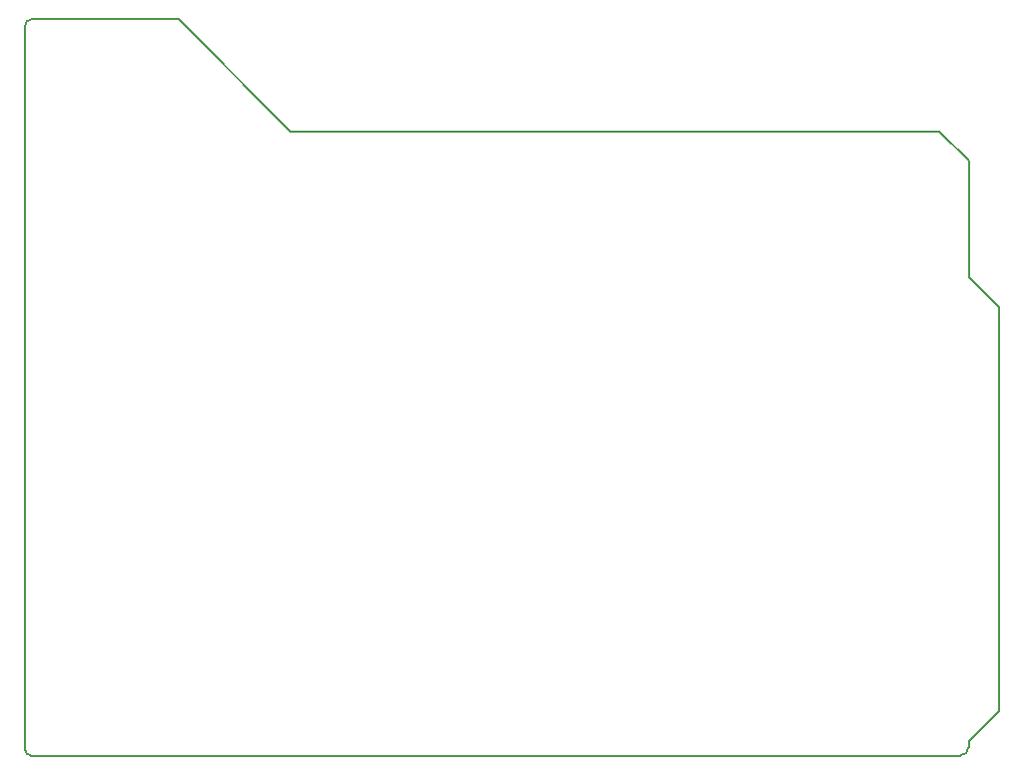
<source format=gbr>
%TF.GenerationSoftware,KiCad,Pcbnew,7.0.2*%
%TF.CreationDate,2023-10-12T23:28:15+02:00*%
%TF.ProjectId,pulse_generator_v2,70756c73-655f-4676-956e-657261746f72,rev?*%
%TF.SameCoordinates,Original*%
%TF.FileFunction,Profile,NP*%
%FSLAX46Y46*%
G04 Gerber Fmt 4.6, Leading zero omitted, Abs format (unit mm)*
G04 Created by KiCad (PCBNEW 7.0.2) date 2023-10-12 23:28:15*
%MOMM*%
%LPD*%
G01*
G04 APERTURE LIST*
%TA.AperFunction,Profile*%
%ADD10C,0.150000*%
%TD*%
G04 APERTURE END LIST*
D10*
X86500000Y-37500000D02*
X99000000Y-37500000D01*
X86000000Y-38000000D02*
X86000000Y-99500000D01*
X163500000Y-47000000D02*
X108500000Y-47000000D01*
X166040000Y-59360000D02*
X168580000Y-61900000D01*
X86500000Y-37500000D02*
G75*
G03*
X86000000Y-38000000I0J-500000D01*
G01*
X168580000Y-61900000D02*
X168580000Y-96190000D01*
X165278000Y-100000000D02*
X86500000Y-100000000D01*
X86000000Y-99500000D02*
G75*
G03*
X86500000Y-100000000I500000J0D01*
G01*
X168580000Y-96190000D02*
X166040000Y-98730000D01*
X163500000Y-47000000D02*
X166040000Y-49500000D01*
X165278000Y-100000000D02*
G75*
G03*
X166040000Y-99238000I0J762000D01*
G01*
X166040000Y-49500000D02*
X166040000Y-59360000D01*
X166040000Y-98730000D02*
X166040000Y-99238000D01*
X108500000Y-47000000D02*
X99000000Y-37500000D01*
M02*

</source>
